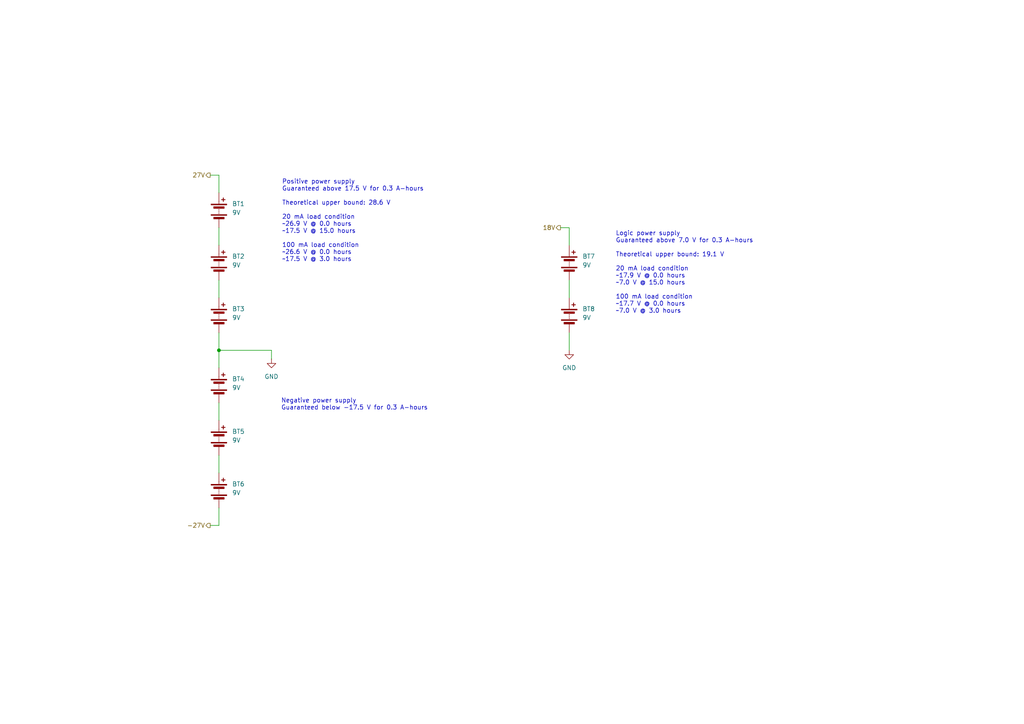
<source format=kicad_sch>
(kicad_sch (version 20250114) (generator "eeschema") (generator_version "9.0")
  (paper "A4")
  (lib_symbols
    (symbol "Device:Battery" (pin_numbers (hide yes)) (pin_names (offset 0) (hide yes))
      (property "Reference" "BT" (at 2.54 2.54 0))
      (property "Value" "Battery" (at 2.54 0 0))
      (symbol "Battery_0_1"
        (rectangle (start -2.286 1.778) (end 2.286 1.524) (fill (type outline)))
        (rectangle (start -2.286 -1.27) (end 2.286 -1.524) (fill (type outline)))
        (rectangle (start -1.524 1.016) (end 1.524 0.508) (fill (type outline)))
        (rectangle (start -1.524 -2.032) (end 1.524 -2.54) (fill (type outline)))
        (polyline (pts (xy 0 1.778) (xy 0 2.54)))
        (polyline (pts (xy 0 0) (xy 0 0.254)))
        (polyline (pts (xy 0 -0.508) (xy 0 -0.254)))
        (polyline (pts (xy 0 -1.016) (xy 0 -0.762)))
        (polyline (pts (xy 0.762 3.048) (xy 1.778 3.048)) (stroke (width 0.254)))
        (polyline (pts (xy 1.27 3.556) (xy 1.27 2.54)) (stroke (width 0.254)))
      )
      (symbol "Battery_1_1"
        (pin passive line (at 0 5.08 270) (length 2.54) (name "+") (number "1"))
        (pin passive line (at 0 -5.08 90) (length 2.54) (name "-") (number "2"))
      )
    )
    (symbol "power:GND" (power) (pin_numbers (hide yes)) (pin_names (offset 0) (hide yes))
      (property "Value" "GND" (at 0 -3.81 0))
      (symbol "GND_0_1"
        (polyline (pts (xy 0 0) (xy 0 -1.27) (xy 1.27 -1.27) (xy 0 -2.54) (xy -1.27 -1.27) (xy 0 -1.27)))
      )
      (symbol "GND_1_1"
        (pin power_in line (at 0 0 270) (length 0) (name "~") (number "1"))
      )
    )
  )
  (text "Positive power supply\nGuaranteed above 17.5 V for 0.3 A-hours\n\nTheoretical upper bound: 28.6 V\n\n20 mA load condition\n~26.9 V @ 0.0 hours\n~17.5 V @ 15.0 hours\n\n100 mA load condition\n~26.6 V @ 0.0 hours\n~17.5 V @ 3.0 hours\n" (at 81.788 52.07 0) (effects (font (size 1.27 1.27)) (justify left top)))
  (text "Logic power supply\nGuaranteed above 7.0 V for 0.3 A-hours\n\nTheoretical upper bound: 19.1 V\n\n20 mA load condition\n~17.9 V @ 0.0 hours\n~7.0 V @ 15.0 hours\n\n100 mA load condition\n~17.7 V @ 0.0 hours\n~7.0 V @ 3.0 hours" (at 178.562 67.056 0) (effects (font (size 1.27 1.27)) (justify left top)))
  (text "Negative power supply\nGuaranteed below -17.5 V for 0.3 A-hours" (at 81.534 115.57 0) (effects (font (size 1.27 1.27)) (justify left top)))
  (junction (at 63.5 101.6))
  (wire (pts (xy 60.96 50.8) (xy 63.5 50.8)))
  (wire (pts (xy 63.5 132.08) (xy 63.5 137.16)))
  (wire (pts (xy 63.5 96.52) (xy 63.5 101.6)))
  (wire (pts (xy 165.1 66.04) (xy 165.1 71.12)))
  (wire (pts (xy 63.5 50.8) (xy 63.5 55.88)))
  (wire (pts (xy 60.96 152.4) (xy 63.5 152.4)))
  (wire (pts (xy 63.5 116.84) (xy 63.5 121.92)))
  (wire (pts (xy 63.5 101.6) (xy 63.5 106.68)))
  (wire (pts (xy 63.5 147.32) (xy 63.5 152.4)))
  (wire (pts (xy 165.1 81.28) (xy 165.1 86.36)))
  (wire (pts (xy 162.56 66.04) (xy 165.1 66.04)))
  (wire (pts (xy 63.5 81.28) (xy 63.5 86.36)))
  (wire (pts (xy 78.74 101.6) (xy 78.74 104.14)))
  (wire (pts (xy 63.5 66.04) (xy 63.5 71.12)))
  (wire (pts (xy 63.5 101.6) (xy 78.74 101.6)))
  (wire (pts (xy 165.1 96.52) (xy 165.1 101.6)))
  (hierarchical_label "-27V" (shape output) (at 60.96 152.4 180))
  (hierarchical_label "18V" (shape output) (at 162.56 66.04 180))
  (hierarchical_label "27V" (shape output) (at 60.96 50.8 180))
  (symbol (lib_id "Device:Battery") (at 63.5 127 0) (unit 1)
    (property "Reference" "BT5" (at 67.31 125.1584 0) (effects (justify left)))
    (property "Value" "9V" (at 67.31 127.6984 0) (effects (justify left)))
    (property "Description" "Multiple-cell battery" (effects (hide yes)))
  )
  (symbol (lib_id "Device:Battery") (at 63.5 142.24 0) (unit 1)
    (property "Reference" "BT6" (at 67.31 140.3984 0) (effects (justify left)))
    (property "Value" "9V" (at 67.31 142.9384 0) (effects (justify left)))
    (property "Description" "Multiple-cell battery" (effects (hide yes)))
  )
  (symbol (lib_id "Device:Battery") (at 165.1 91.44 0) (unit 1)
    (property "Reference" "BT8" (at 168.91 89.5984 0) (effects (justify left)))
    (property "Value" "9V" (at 168.91 92.1384 0) (effects (justify left)))
    (property "Description" "Multiple-cell battery" (effects (hide yes)))
  )
  (symbol (lib_id "Device:Battery") (at 63.5 76.2 0) (unit 1)
    (property "Reference" "BT2" (at 67.31 74.3584 0) (effects (justify left)))
    (property "Value" "9V" (at 67.31 76.8984 0) (effects (justify left)))
    (property "Description" "Multiple-cell battery" (effects (hide yes)))
  )
  (symbol (lib_id "Device:Battery") (at 63.5 111.76 0) (unit 1)
    (property "Reference" "BT4" (at 67.31 109.9184 0) (effects (justify left)))
    (property "Value" "9V" (at 67.31 112.4584 0) (effects (justify left)))
    (property "Description" "Multiple-cell battery" (effects (hide yes)))
  )
  (symbol (lib_id "power:GND") (at 78.74 104.14 0) (unit 1)
    (property "Reference" "#PWR013" (effects (hide yes)))
    (property "Value" "GND" (at 78.74 109.22 0))
    (property "Description" "Power symbol creates a global label with name \"GND\" , ground" (effects (hide yes)))
  )
  (symbol (lib_id "Device:Battery") (at 165.1 76.2 0) (unit 1)
    (property "Reference" "BT7" (at 168.91 74.3584 0) (effects (justify left)))
    (property "Value" "9V" (at 168.91 76.8984 0) (effects (justify left)))
    (property "Description" "Multiple-cell battery" (effects (hide yes)))
  )
  (symbol (lib_id "Device:Battery") (at 63.5 91.44 0) (unit 1)
    (property "Reference" "BT3" (at 67.31 89.5984 0) (effects (justify left)))
    (property "Value" "9V" (at 67.31 92.1384 0) (effects (justify left)))
    (property "Description" "Multiple-cell battery" (effects (hide yes)))
  )
  (symbol (lib_id "Device:Battery") (at 63.5 60.96 0) (unit 1)
    (property "Reference" "BT1" (at 67.31 59.1184 0) (effects (justify left)))
    (property "Value" "9V" (at 67.31 61.6584 0) (effects (justify left)))
    (property "Description" "Multiple-cell battery" (effects (hide yes)))
  )
  (symbol (lib_id "power:GND") (at 165.1 101.6 0) (unit 1)
    (property "Reference" "#PWR016" (effects (hide yes)))
    (property "Value" "GND" (at 165.1 106.68 0))
    (property "Description" "Power symbol creates a global label with name \"GND\" , ground" (effects (hide yes)))
  )
)
</source>
